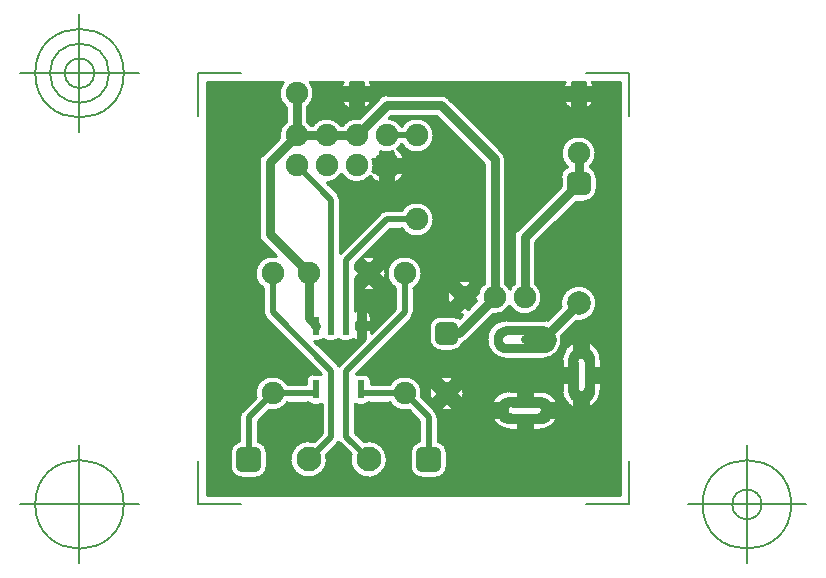
<source format=gbr>
G04 Generated by Ultiboard 14.1 *
%FSLAX34Y34*%
%MOMM*%

%ADD10C,0.0001*%
%ADD11C,0.2540*%
%ADD12C,0.7500*%
%ADD13C,0.5000*%
%ADD14C,0.1270*%
%ADD15C,1.9000*%
%ADD16R,1.1000X1.1000*%
%ADD17C,1.0000*%
%ADD18C,2.1000*%
%ADD19R,0.9000X0.9000*%
%ADD20R,0.6000X1.5500*%
%ADD21R,1.0000X1.0000*%
%ADD22C,2.0000*%


G04 ColorRGB 0000FF for the following layer *
%LNCopper Bottom*%
%LPD*%
G54D10*
G36*
X239856Y184382D02*
X239856Y184382D01*
X239856Y285806D01*
X234705Y290958D01*
X199446Y326216D01*
X161234Y326216D01*
X159526Y324508D01*
G74*
D01*
G02X170018Y317688I2046J14628*
G01*
X170018Y317688D01*
X170342Y317688D01*
G75*
D01*
G02X170342Y302072I12538J-7808*
G01*
X170342Y302072D01*
X170018Y302072D01*
G74*
D01*
G02X166558Y298229I12538J7808*
G01*
G74*
D01*
G02X172272Y289735I4578J9249*
G01*
X172272Y289735D01*
X162735Y289735D01*
X162735Y296077D01*
G75*
D01*
G02X152225Y296077I-5255J13803*
G01*
X152225Y296077D01*
X152225Y289735D01*
X145883Y289735D01*
G75*
D01*
G02X145883Y279225I-13803J-5255*
G01*
X145883Y279225D01*
X152225Y279225D01*
X152225Y269688D01*
G74*
D01*
G02X143731Y275402I755J10292*
G01*
G75*
D01*
G02X119380Y276939I-11651J9078*
G01*
G74*
D01*
G02X107086Y269716I12700J7541*
G01*
X107086Y269716D01*
X116003Y260798D01*
G74*
D01*
G02X118298Y255270I5513J5528*
G01*
X118298Y255270D01*
X118298Y210619D01*
X151959Y244281D01*
G75*
D01*
G02X157490Y246568I5521J-5521*
G01*
X157490Y246568D01*
X170342Y246568D01*
G75*
D01*
G02X170342Y230952I12538J-7808*
G01*
X170342Y230952D01*
X160714Y230952D01*
X136344Y206582D01*
G75*
D01*
G02X148302Y206509I5896J-13542*
G01*
X148302Y206509D01*
X142240Y200447D01*
X136224Y206463D01*
X130998Y201236D01*
X130998Y196875D01*
X134833Y193040D01*
X130998Y189205D01*
X130998Y161616D01*
G75*
D01*
G02X132890Y161965I1892J-4946*
G01*
X132890Y161965D01*
X132948Y161965D01*
X132948Y151862D01*
X131485Y151862D01*
X131485Y145978D01*
X132948Y145978D01*
X132948Y135875D01*
X132890Y135875D01*
G75*
D01*
G02X129540Y137069I0J5295*
G01*
G74*
D01*
G02X126190Y135875I3350J4101*
G01*
X126190Y135875D01*
X120190Y135875D01*
G75*
D01*
G02X116840Y137069I0J5295*
G01*
G74*
D01*
G02X113490Y135875I3350J4101*
G01*
X113490Y135875D01*
X107490Y135875D01*
G75*
D01*
G02X104140Y137069I0J5295*
G01*
G74*
D01*
G02X100790Y135875I3350J4101*
G01*
X100790Y135875D01*
X96147Y135875D01*
X116003Y116018D01*
G74*
D01*
G02X116840Y115033I5513J5528*
G01*
G74*
D01*
G02X117669Y116011I6350J4543*
G01*
X117669Y116011D01*
X138832Y137173D01*
X138832Y145978D01*
X144185Y145978D01*
X144185Y142527D01*
X164912Y163254D01*
X164912Y180502D01*
G75*
D01*
G02X180528Y180502I7808J12538*
G01*
X180528Y180502D01*
X180528Y160020D01*
G75*
D01*
G02X178233Y154492I-7808J0*
G01*
X178233Y154492D01*
X131529Y107788D01*
G75*
D01*
G02X132890Y107965I1361J-5118*
G01*
X132890Y107965D01*
X138890Y107965D01*
G74*
D01*
G02X144185Y102670I0J5295*
G01*
X144185Y102670D01*
X144185Y99248D01*
X160182Y99248D01*
G75*
D01*
G02X187106Y88095I12538J-7808*
G01*
X187106Y88095D01*
X198553Y76648D01*
G74*
D01*
G02X200848Y71120I5513J5528*
G01*
X200848Y71120D01*
X200848Y51118D01*
G74*
D01*
G02X208860Y41060I2308J10058*
G01*
X208860Y41060D01*
X208860Y30060D01*
G75*
D01*
G02X198540Y19740I-10320J0*
G01*
X198540Y19740D01*
X187540Y19740D01*
G75*
D01*
G02X177220Y30060I0J10320*
G01*
X177220Y30060D01*
X177220Y41060D01*
G74*
D01*
G02X185232Y51118I10320J0*
G01*
X185232Y51118D01*
X185232Y67886D01*
X176065Y77054D01*
G75*
D01*
G02X160182Y83632I-3345J14386*
G01*
X160182Y83632D01*
X142831Y83632D01*
G74*
D01*
G02X138890Y81875I3941J3538*
G01*
X138890Y81875D01*
X132890Y81875D01*
G75*
D01*
G02X130998Y82224I0J5295*
G01*
X130998Y82224D01*
X130998Y57844D01*
X138072Y50769D01*
G75*
D01*
G02X127031Y39728I4168J-15209*
G01*
X127031Y39728D01*
X117669Y49089D01*
G74*
D01*
G02X116840Y50067I5521J5521*
G01*
G74*
D01*
G02X116003Y49082I6350J4543*
G01*
X116003Y49082D01*
X106649Y39728D01*
G75*
D01*
G02X95608Y50769I-15209J-4168*
G01*
X95608Y50769D01*
X102682Y57844D01*
X102682Y82224D01*
G74*
D01*
G02X100790Y81875I1892J4946*
G01*
X100790Y81875D01*
X94790Y81875D01*
G75*
D01*
G02X90849Y83632I0J5295*
G01*
X90849Y83632D01*
X73498Y83632D01*
G75*
D01*
G02X57615Y77054I-12538J7808*
G01*
X57615Y77054D01*
X48448Y67886D01*
X48448Y51118D01*
G74*
D01*
G02X56460Y41060I2308J10058*
G01*
X56460Y41060D01*
X56460Y30060D01*
G75*
D01*
G02X46140Y19740I-10320J0*
G01*
X46140Y19740D01*
X35140Y19740D01*
G75*
D01*
G02X24820Y30060I0J10320*
G01*
X24820Y30060D01*
X24820Y41060D01*
G74*
D01*
G02X32832Y51118I10320J0*
G01*
X32832Y51118D01*
X32832Y71107D01*
G75*
D01*
G02X35119Y76641I7808J13*
G01*
X35119Y76641D01*
X46574Y88095D01*
G75*
D01*
G02X73498Y99248I14386J3345*
G01*
X73498Y99248D01*
X89495Y99248D01*
X89495Y102670D01*
G75*
D01*
G02X94790Y107965I5295J0*
G01*
X94790Y107965D01*
X100790Y107965D01*
G74*
D01*
G02X102151Y107788I0J5295*
G01*
X102151Y107788D01*
X55439Y154499D01*
G75*
D01*
G02X53152Y160033I5521J5521*
G01*
X53152Y160033D01*
X53152Y180502D01*
G75*
D01*
G02X64215Y207447I7808J12538*
G01*
X64215Y207447D01*
X52011Y219651D01*
G75*
D01*
G02X49356Y226075I6409J6409*
G01*
X49356Y226075D01*
X49356Y287007D01*
G75*
D01*
G02X52011Y293429I9064J13*
G01*
X52011Y293429D01*
X66625Y308043D01*
G75*
D01*
G02X72216Y321542I14655J1837*
G01*
X72216Y321542D01*
X72216Y333778D01*
G75*
D01*
G02X69777Y354705I9064J11662*
G01*
X69777Y354705D01*
X5295Y354705D01*
X5295Y5295D01*
X354705Y5295D01*
X354705Y354705D01*
X331543Y354705D01*
G74*
D01*
G02X333850Y350678I11503J9265*
G01*
X333850Y350678D01*
X325278Y350678D01*
X325278Y354705D01*
X314802Y354705D01*
X314802Y350678D01*
X306230Y350678D01*
G74*
D01*
G02X308537Y354705I13810J5238*
G01*
X308537Y354705D01*
X143583Y354705D01*
G74*
D01*
G02X145890Y350678I11503J9265*
G01*
X145890Y350678D01*
X137318Y350678D01*
X137318Y354705D01*
X126842Y354705D01*
X126842Y350678D01*
X118270Y350678D01*
G74*
D01*
G02X120577Y354705I13810J5238*
G01*
X120577Y354705D01*
X92783Y354705D01*
G75*
D01*
G02X90344Y333778I-11503J-9265*
G01*
X90344Y333778D01*
X90344Y321542D01*
G74*
D01*
G02X92942Y318944I9064J11662*
G01*
X92942Y318944D01*
X95018Y318944D01*
G75*
D01*
G02X118342Y318944I11662J-9064*
G01*
X118342Y318944D01*
X120418Y318944D01*
G75*
D01*
G02X133917Y324535I11662J-9064*
G01*
X133917Y324535D01*
X151071Y341689D01*
G75*
D01*
G02X157490Y344344I6409J-6409*
G01*
X157490Y344344D01*
X203200Y344344D01*
G74*
D01*
G02X209617Y341681I0J9064*
G01*
X209617Y341681D01*
X234705Y316593D01*
X255321Y295977D01*
G74*
D01*
G02X257984Y289560I6401J6417*
G01*
X257984Y289560D01*
X257984Y184382D01*
G74*
D01*
G02X261620Y180261I9064J11662*
G01*
G74*
D01*
G02X265256Y184382I12700J7541*
G01*
X265256Y184382D01*
X265256Y223503D01*
G75*
D01*
G02X267911Y229929I9064J17*
G01*
X267911Y229929D01*
X304720Y266738D01*
X304720Y274240D01*
G74*
D01*
G02X310394Y283455I10320J0*
G01*
G75*
D01*
G02X329686Y283455I9646J11185*
G01*
G74*
D01*
G02X335360Y274240I4646J9215*
G01*
X335360Y274240D01*
X335360Y264240D01*
G75*
D01*
G02X325040Y253920I-10320J0*
G01*
X325040Y253920D01*
X317538Y253920D01*
X298322Y234705D01*
X283384Y219766D01*
X283384Y184382D01*
G75*
D01*
G02X261620Y165179I-9064J-11662*
G01*
G75*
D01*
G02X247083Y158065I-12700J7541*
G01*
X247083Y158065D01*
X234705Y145687D01*
X234705Y145687D01*
X224857Y135839D01*
G74*
D01*
G02X222439Y134106I6417J6401*
G01*
G74*
D01*
G02X212780Y127420I9659J3634*
G01*
X212780Y127420D01*
X203780Y127420D01*
G75*
D01*
G02X193460Y137740I0J10320*
G01*
X193460Y137740D01*
X193460Y146740D01*
G75*
D01*
G02X203780Y157060I10320J0*
G01*
X203780Y157060D01*
X212780Y157060D01*
G74*
D01*
G02X218626Y155244I0J10320*
G01*
X218626Y155244D01*
X221474Y158092D01*
G74*
D01*
G02X217458Y159251I2046J14628*
G01*
X217458Y159251D01*
X223520Y165313D01*
X226108Y162725D01*
X233515Y170132D01*
X230927Y172720D01*
X234619Y176412D01*
G74*
D01*
G02X239856Y184382I14301J3692*
G01*
D02*
G37*
%LPC*%
G36*
X127080Y345440D02*
G75*
D01*
G02X127080Y345440I5000J0*
G01*
D02*
G37*
G36*
X145890Y340202D02*
G74*
D01*
G02X137318Y331630I13810J5238*
G01*
X137318Y331630D01*
X137318Y340202D01*
X145890Y340202D01*
D02*
G37*
G36*
X126842Y331630D02*
G74*
D01*
G02X118270Y340202I5238J13810*
G01*
X118270Y340202D01*
X126842Y340202D01*
X126842Y331630D01*
D02*
G37*
G36*
X152480Y284480D02*
G75*
D01*
G02X152480Y284480I5000J0*
G01*
D02*
G37*
G36*
X162735Y269688D02*
X162735Y269688D01*
X162735Y279225D01*
X172272Y279225D01*
G74*
D01*
G02X162735Y269688I10292J755*
G01*
D02*
G37*
G36*
X315040Y345440D02*
G75*
D01*
G02X315040Y345440I5000J0*
G01*
D02*
G37*
G36*
X333850Y340202D02*
G74*
D01*
G02X325278Y331630I13810J5238*
G01*
X325278Y331630D01*
X325278Y340202D01*
X333850Y340202D01*
D02*
G37*
G36*
X314802Y331630D02*
G74*
D01*
G02X306230Y340202I5238J13810*
G01*
X306230Y340202D01*
X314802Y340202D01*
X314802Y331630D01*
D02*
G37*
G36*
X317759Y152541D02*
X317759Y152541D01*
X305843Y140625D01*
G75*
D01*
G02X290758Y120556I-16283J-3465*
G01*
G74*
D01*
G02X289560Y120476I1198J8984*
G01*
X289560Y120476D01*
X259080Y120476D01*
G75*
D01*
G02X257882Y120556I0J9064*
G01*
G75*
D01*
G02X257882Y153764I1198J16604*
G01*
G75*
D01*
G02X259080Y153844I1198J-8984*
G01*
X259080Y153844D01*
X289560Y153844D01*
G74*
D01*
G02X290758Y153764I0J9064*
G01*
G74*
D01*
G02X293025Y153443I1198J16604*
G01*
X293025Y153443D01*
X304941Y165359D01*
G75*
D01*
G02X317759Y152541I15099J2281*
G01*
D02*
G37*
G36*
X246145Y71244D02*
X246145Y71244D01*
X268433Y71244D01*
X268433Y60476D01*
X261620Y60476D01*
G75*
D01*
G02X259186Y60809I0J9064*
G01*
G74*
D01*
G02X246145Y71244I2434J16409*
G01*
D02*
G37*
G36*
X289339Y77160D02*
G75*
D01*
G02X285320Y73141I-4019J0*
G01*
X285320Y73141D01*
X263320Y73141D01*
G75*
D01*
G02X259301Y77160I0J4019*
G01*
G75*
D01*
G02X263320Y81179I4019J0*
G01*
X263320Y81179D01*
X285320Y81179D01*
G74*
D01*
G02X289339Y77160I0J4019*
G01*
D02*
G37*
G36*
X287020Y60476D02*
X287020Y60476D01*
X280265Y60476D01*
X280265Y71244D01*
X302581Y71244D01*
G74*
D01*
G02X288218Y60556I15561J5916*
G01*
G74*
D01*
G02X287020Y60476I1198J8984*
G01*
D02*
G37*
G36*
X305636Y94460D02*
X305636Y94460D01*
X305636Y101215D01*
X316404Y101215D01*
X316404Y78899D01*
G74*
D01*
G02X305716Y93262I5916J15561*
G01*
G75*
D01*
G02X305636Y94460I8984J1198*
G01*
D02*
G37*
G36*
X328236Y78899D02*
X328236Y78899D01*
X328236Y101215D01*
X339004Y101215D01*
X339004Y94460D01*
G75*
D01*
G02X338924Y93262I-9064J0*
G01*
G74*
D01*
G02X328236Y78899I16604J1198*
G01*
D02*
G37*
G36*
X246100Y83076D02*
G74*
D01*
G02X260418Y93764I15520J5858*
G01*
G75*
D01*
G02X261620Y93844I1202J-8984*
G01*
X261620Y93844D01*
X268433Y93844D01*
X268433Y83076D01*
X246100Y83076D01*
D02*
G37*
G36*
X302581Y83076D02*
X302581Y83076D01*
X280265Y83076D01*
X280265Y93844D01*
X287020Y93844D01*
G74*
D01*
G02X288218Y93764I0J9064*
G01*
G74*
D01*
G02X302581Y83076I1198J16604*
G01*
D02*
G37*
G36*
X322320Y92141D02*
G75*
D01*
G02X318301Y96160I0J4019*
G01*
X318301Y96160D01*
X318301Y118160D01*
G75*
D01*
G02X322320Y122179I4019J0*
G01*
G74*
D01*
G02X326339Y118160I0J4019*
G01*
X326339Y118160D01*
X326339Y96160D01*
G75*
D01*
G02X322320Y92141I-4019J0*
G01*
D02*
G37*
G36*
X316404Y135335D02*
X316404Y135335D01*
X316404Y113047D01*
X305636Y113047D01*
X305636Y119860D01*
G74*
D01*
G02X305969Y122294I9064J0*
G01*
G74*
D01*
G02X316404Y135335I16409J2434*
G01*
D02*
G37*
G36*
X328236Y135380D02*
G74*
D01*
G02X338924Y121062I5858J15520*
G01*
G74*
D01*
G02X339004Y119860I8984J1202*
G01*
X339004Y119860D01*
X339004Y113047D01*
X328236Y113047D01*
X328236Y135380D01*
D02*
G37*
G36*
X194811Y97502D02*
X194811Y97502D01*
X200873Y91440D01*
X194811Y85378D01*
G75*
D01*
G02X194811Y97502I13469J6062*
G01*
D02*
G37*
G36*
X138890Y161965D02*
G74*
D01*
G02X144185Y156670I0J5295*
G01*
X144185Y156670D01*
X144185Y151862D01*
X138832Y151862D01*
X138832Y161965D01*
X138890Y161965D01*
D02*
G37*
G36*
X137240Y193040D02*
G75*
D01*
G02X137240Y193040I5000J0*
G01*
D02*
G37*
G36*
X155709Y199102D02*
G75*
D01*
G02X155709Y186978I-13469J-6062*
G01*
X155709Y186978D01*
X149647Y193040D01*
X155709Y199102D01*
D02*
G37*
G36*
X217458Y186189D02*
G75*
D01*
G02X229582Y186189I6062J-13469*
G01*
X229582Y186189D01*
X223520Y180127D01*
X217458Y186189D01*
D02*
G37*
G36*
X148302Y179571D02*
G75*
D01*
G02X136178Y179571I-6062J13469*
G01*
X136178Y179571D01*
X142240Y185633D01*
X148302Y179571D01*
D02*
G37*
G36*
X218520Y172720D02*
G75*
D01*
G02X218520Y172720I5000J0*
G01*
D02*
G37*
G36*
X210051Y178782D02*
X210051Y178782D01*
X216113Y172720D01*
X210051Y166658D01*
G75*
D01*
G02X210051Y178782I13469J6062*
G01*
D02*
G37*
G36*
X203280Y91440D02*
G75*
D01*
G02X203280Y91440I5000J0*
G01*
D02*
G37*
G36*
X202218Y104909D02*
G75*
D01*
G02X214342Y104909I6062J-13469*
G01*
X214342Y104909D01*
X208280Y98847D01*
X202218Y104909D01*
D02*
G37*
G36*
X221749Y97502D02*
G75*
D01*
G02X221749Y85378I-13469J-6062*
G01*
X221749Y85378D01*
X215687Y91440D01*
X221749Y97502D01*
D02*
G37*
G36*
X214342Y77971D02*
G75*
D01*
G02X202218Y77971I-6062J13469*
G01*
X202218Y77971D01*
X208280Y84033D01*
X214342Y77971D01*
D02*
G37*
%LPD*%
G54D11*
X127080Y345440D02*
G75*
D01*
G02X127080Y345440I5000J0*
G01*
X145890Y340202D02*
G74*
D01*
G02X137318Y331630I13810J5238*
G01*
X137318Y340202D01*
X145890Y340202D01*
X126842Y331630D02*
G74*
D01*
G02X118270Y340202I5238J13810*
G01*
X126842Y340202D01*
X126842Y331630D01*
X152480Y284480D02*
G75*
D01*
G02X152480Y284480I5000J0*
G01*
X162735Y269688D02*
X162735Y279225D01*
X172272Y279225D01*
G74*
D01*
G02X162735Y269688I10292J755*
G01*
X315040Y345440D02*
G75*
D01*
G02X315040Y345440I5000J0*
G01*
X333850Y340202D02*
G74*
D01*
G02X325278Y331630I13810J5238*
G01*
X325278Y340202D01*
X333850Y340202D01*
X314802Y331630D02*
G74*
D01*
G02X306230Y340202I5238J13810*
G01*
X314802Y340202D01*
X314802Y331630D01*
X317759Y152541D02*
X305843Y140625D01*
G75*
D01*
G02X290758Y120556I-16283J-3465*
G01*
G74*
D01*
G02X289560Y120476I1198J8984*
G01*
X259080Y120476D01*
G75*
D01*
G02X257882Y120556I0J9064*
G01*
G75*
D01*
G02X257882Y153764I1198J16604*
G01*
G75*
D01*
G02X259080Y153844I1198J-8984*
G01*
X289560Y153844D01*
G74*
D01*
G02X290758Y153764I0J9064*
G01*
G74*
D01*
G02X293025Y153443I1198J16604*
G01*
X304941Y165359D01*
G75*
D01*
G02X317759Y152541I15099J2281*
G01*
X246145Y71244D02*
X268433Y71244D01*
X268433Y60476D01*
X261620Y60476D01*
G75*
D01*
G02X259186Y60809I0J9064*
G01*
G74*
D01*
G02X246145Y71244I2434J16409*
G01*
X289339Y77160D02*
G75*
D01*
G02X285320Y73141I-4019J0*
G01*
X263320Y73141D01*
G75*
D01*
G02X259301Y77160I0J4019*
G01*
G75*
D01*
G02X263320Y81179I4019J0*
G01*
X285320Y81179D01*
G74*
D01*
G02X289339Y77160I0J4019*
G01*
X287020Y60476D02*
X280265Y60476D01*
X280265Y71244D01*
X302581Y71244D01*
G74*
D01*
G02X288218Y60556I15561J5916*
G01*
G74*
D01*
G02X287020Y60476I1198J8984*
G01*
X305636Y94460D02*
X305636Y101215D01*
X316404Y101215D01*
X316404Y78899D01*
G74*
D01*
G02X305716Y93262I5916J15561*
G01*
G75*
D01*
G02X305636Y94460I8984J1198*
G01*
X328236Y78899D02*
X328236Y101215D01*
X339004Y101215D01*
X339004Y94460D01*
G75*
D01*
G02X338924Y93262I-9064J0*
G01*
G74*
D01*
G02X328236Y78899I16604J1198*
G01*
X246100Y83076D02*
G74*
D01*
G02X260418Y93764I15520J5858*
G01*
G75*
D01*
G02X261620Y93844I1202J-8984*
G01*
X268433Y93844D01*
X268433Y83076D01*
X246100Y83076D01*
X302581Y83076D02*
X280265Y83076D01*
X280265Y93844D01*
X287020Y93844D01*
G74*
D01*
G02X288218Y93764I0J9064*
G01*
G74*
D01*
G02X302581Y83076I1198J16604*
G01*
X322320Y92141D02*
G75*
D01*
G02X318301Y96160I0J4019*
G01*
X318301Y118160D01*
G75*
D01*
G02X322320Y122179I4019J0*
G01*
G74*
D01*
G02X326339Y118160I0J4019*
G01*
X326339Y96160D01*
G75*
D01*
G02X322320Y92141I-4019J0*
G01*
X316404Y135335D02*
X316404Y113047D01*
X305636Y113047D01*
X305636Y119860D01*
G74*
D01*
G02X305969Y122294I9064J0*
G01*
G74*
D01*
G02X316404Y135335I16409J2434*
G01*
X328236Y135380D02*
G74*
D01*
G02X338924Y121062I5858J15520*
G01*
G74*
D01*
G02X339004Y119860I8984J1202*
G01*
X339004Y113047D01*
X328236Y113047D01*
X328236Y135380D01*
X194811Y97502D02*
X200873Y91440D01*
X194811Y85378D01*
G75*
D01*
G02X194811Y97502I13469J6062*
G01*
X138890Y161965D02*
G74*
D01*
G02X144185Y156670I0J5295*
G01*
X144185Y151862D01*
X138832Y151862D01*
X138832Y161965D01*
X138890Y161965D01*
X137240Y193040D02*
G75*
D01*
G02X137240Y193040I5000J0*
G01*
X155709Y199102D02*
G75*
D01*
G02X155709Y186978I-13469J-6062*
G01*
X149647Y193040D01*
X155709Y199102D01*
X217458Y186189D02*
G75*
D01*
G02X229582Y186189I6062J-13469*
G01*
X223520Y180127D01*
X217458Y186189D01*
X148302Y179571D02*
G75*
D01*
G02X136178Y179571I-6062J13469*
G01*
X142240Y185633D01*
X148302Y179571D01*
X218520Y172720D02*
G75*
D01*
G02X218520Y172720I5000J0*
G01*
X210051Y178782D02*
X216113Y172720D01*
X210051Y166658D01*
G75*
D01*
G02X210051Y178782I13469J6062*
G01*
X203280Y91440D02*
G75*
D01*
G02X203280Y91440I5000J0*
G01*
X202218Y104909D02*
G75*
D01*
G02X214342Y104909I6062J-13469*
G01*
X208280Y98847D01*
X202218Y104909D01*
X221749Y97502D02*
G75*
D01*
G02X221749Y85378I-13469J-6062*
G01*
X215687Y91440D01*
X221749Y97502D01*
X214342Y77971D02*
G75*
D01*
G02X202218Y77971I-6062J13469*
G01*
X208280Y84033D01*
X214342Y77971D01*
X239856Y184382D02*
X239856Y285806D01*
X234705Y290958D01*
X199446Y326216D01*
X161234Y326216D01*
X159526Y324508D01*
G74*
D01*
G02X170018Y317688I2046J14628*
G01*
X170342Y317688D01*
G75*
D01*
G02X170342Y302072I12538J-7808*
G01*
X170018Y302072D01*
G74*
D01*
G02X166558Y298229I12538J7808*
G01*
G74*
D01*
G02X172272Y289735I4578J9249*
G01*
X162735Y289735D01*
X162735Y296077D01*
G75*
D01*
G02X152225Y296077I-5255J13803*
G01*
X152225Y289735D01*
X145883Y289735D01*
G75*
D01*
G02X145883Y279225I-13803J-5255*
G01*
X152225Y279225D01*
X152225Y269688D01*
G74*
D01*
G02X143731Y275402I755J10292*
G01*
G75*
D01*
G02X119380Y276939I-11651J9078*
G01*
G74*
D01*
G02X107086Y269716I12700J7541*
G01*
X116003Y260798D01*
G74*
D01*
G02X118298Y255270I5513J5528*
G01*
X118298Y210619D01*
X151959Y244281D01*
G75*
D01*
G02X157490Y246568I5521J-5521*
G01*
X170342Y246568D01*
G75*
D01*
G02X170342Y230952I12538J-7808*
G01*
X160714Y230952D01*
X136344Y206582D01*
G75*
D01*
G02X148302Y206509I5896J-13542*
G01*
X142240Y200447D01*
X136224Y206463D01*
X130998Y201236D01*
X130998Y196875D01*
X134833Y193040D01*
X130998Y189205D01*
X130998Y161616D01*
G75*
D01*
G02X132890Y161965I1892J-4946*
G01*
X132948Y161965D01*
X132948Y151862D01*
X131485Y151862D01*
X131485Y145978D01*
X132948Y145978D01*
X132948Y135875D01*
X132890Y135875D01*
G75*
D01*
G02X129540Y137069I0J5295*
G01*
G74*
D01*
G02X126190Y135875I3350J4101*
G01*
X120190Y135875D01*
G75*
D01*
G02X116840Y137069I0J5295*
G01*
G74*
D01*
G02X113490Y135875I3350J4101*
G01*
X107490Y135875D01*
G75*
D01*
G02X104140Y137069I0J5295*
G01*
G74*
D01*
G02X100790Y135875I3350J4101*
G01*
X96147Y135875D01*
X116003Y116018D01*
G74*
D01*
G02X116840Y115033I5513J5528*
G01*
G74*
D01*
G02X117669Y116011I6350J4543*
G01*
X138832Y137173D01*
X138832Y145978D01*
X144185Y145978D01*
X144185Y142527D01*
X164912Y163254D01*
X164912Y180502D01*
G75*
D01*
G02X180528Y180502I7808J12538*
G01*
X180528Y160020D01*
G75*
D01*
G02X178233Y154492I-7808J0*
G01*
X131529Y107788D01*
G75*
D01*
G02X132890Y107965I1361J-5118*
G01*
X138890Y107965D01*
G74*
D01*
G02X144185Y102670I0J5295*
G01*
X144185Y99248D01*
X160182Y99248D01*
G75*
D01*
G02X187106Y88095I12538J-7808*
G01*
X198553Y76648D01*
G74*
D01*
G02X200848Y71120I5513J5528*
G01*
X200848Y51118D01*
G74*
D01*
G02X208860Y41060I2308J10058*
G01*
X208860Y30060D01*
G75*
D01*
G02X198540Y19740I-10320J0*
G01*
X187540Y19740D01*
G75*
D01*
G02X177220Y30060I0J10320*
G01*
X177220Y41060D01*
G74*
D01*
G02X185232Y51118I10320J0*
G01*
X185232Y67886D01*
X176065Y77054D01*
G75*
D01*
G02X160182Y83632I-3345J14386*
G01*
X142831Y83632D01*
G74*
D01*
G02X138890Y81875I3941J3538*
G01*
X132890Y81875D01*
G75*
D01*
G02X130998Y82224I0J5295*
G01*
X130998Y57844D01*
X138072Y50769D01*
G75*
D01*
G02X127031Y39728I4168J-15209*
G01*
X117669Y49089D01*
G74*
D01*
G02X116840Y50067I5521J5521*
G01*
G74*
D01*
G02X116003Y49082I6350J4543*
G01*
X106649Y39728D01*
G75*
D01*
G02X95608Y50769I-15209J-4168*
G01*
X102682Y57844D01*
X102682Y82224D01*
G74*
D01*
G02X100790Y81875I1892J4946*
G01*
X94790Y81875D01*
G75*
D01*
G02X90849Y83632I0J5295*
G01*
X73498Y83632D01*
G75*
D01*
G02X57615Y77054I-12538J7808*
G01*
X48448Y67886D01*
X48448Y51118D01*
G74*
D01*
G02X56460Y41060I2308J10058*
G01*
X56460Y30060D01*
G75*
D01*
G02X46140Y19740I-10320J0*
G01*
X35140Y19740D01*
G75*
D01*
G02X24820Y30060I0J10320*
G01*
X24820Y41060D01*
G74*
D01*
G02X32832Y51118I10320J0*
G01*
X32832Y71107D01*
G75*
D01*
G02X35119Y76641I7808J13*
G01*
X46574Y88095D01*
G75*
D01*
G02X73498Y99248I14386J3345*
G01*
X89495Y99248D01*
X89495Y102670D01*
G75*
D01*
G02X94790Y107965I5295J0*
G01*
X100790Y107965D01*
G74*
D01*
G02X102151Y107788I0J5295*
G01*
X55439Y154499D01*
G75*
D01*
G02X53152Y160033I5521J5521*
G01*
X53152Y180502D01*
G75*
D01*
G02X64215Y207447I7808J12538*
G01*
X52011Y219651D01*
G75*
D01*
G02X49356Y226075I6409J6409*
G01*
X49356Y287007D01*
G75*
D01*
G02X52011Y293429I9064J13*
G01*
X66625Y308043D01*
G75*
D01*
G02X72216Y321542I14655J1837*
G01*
X72216Y333778D01*
G75*
D01*
G02X69777Y354705I9064J11662*
G01*
X5295Y354705D01*
X5295Y5295D01*
X354705Y5295D01*
X354705Y354705D01*
X331543Y354705D01*
G74*
D01*
G02X333850Y350678I11503J9265*
G01*
X325278Y350678D01*
X325278Y354705D01*
X314802Y354705D01*
X314802Y350678D01*
X306230Y350678D01*
G74*
D01*
G02X308537Y354705I13810J5238*
G01*
X143583Y354705D01*
G74*
D01*
G02X145890Y350678I11503J9265*
G01*
X137318Y350678D01*
X137318Y354705D01*
X126842Y354705D01*
X126842Y350678D01*
X118270Y350678D01*
G74*
D01*
G02X120577Y354705I13810J5238*
G01*
X92783Y354705D01*
G75*
D01*
G02X90344Y333778I-11503J-9265*
G01*
X90344Y321542D01*
G74*
D01*
G02X92942Y318944I9064J11662*
G01*
X95018Y318944D01*
G75*
D01*
G02X118342Y318944I11662J-9064*
G01*
X120418Y318944D01*
G75*
D01*
G02X133917Y324535I11662J-9064*
G01*
X151071Y341689D01*
G75*
D01*
G02X157490Y344344I6409J-6409*
G01*
X203200Y344344D01*
G74*
D01*
G02X209617Y341681I0J9064*
G01*
X234705Y316593D01*
X255321Y295977D01*
G74*
D01*
G02X257984Y289560I6401J6417*
G01*
X257984Y184382D01*
G74*
D01*
G02X261620Y180261I9064J11662*
G01*
G74*
D01*
G02X265256Y184382I12700J7541*
G01*
X265256Y223503D01*
G75*
D01*
G02X267911Y229929I9064J17*
G01*
X304720Y266738D01*
X304720Y274240D01*
G74*
D01*
G02X310394Y283455I10320J0*
G01*
G75*
D01*
G02X329686Y283455I9646J11185*
G01*
G74*
D01*
G02X335360Y274240I4646J9215*
G01*
X335360Y264240D01*
G75*
D01*
G02X325040Y253920I-10320J0*
G01*
X317538Y253920D01*
X298322Y234705D01*
X283384Y219766D01*
X283384Y184382D01*
G75*
D01*
G02X261620Y165179I-9064J-11662*
G01*
G75*
D01*
G02X247083Y158065I-12700J7541*
G01*
X234705Y145687D01*
X234705Y145687D01*
X224857Y135839D01*
G74*
D01*
G02X222439Y134106I6417J6401*
G01*
G74*
D01*
G02X212780Y127420I9659J3634*
G01*
X203780Y127420D01*
G75*
D01*
G02X193460Y137740I0J10320*
G01*
X193460Y146740D01*
G75*
D01*
G02X203780Y157060I10320J0*
G01*
X212780Y157060D01*
G74*
D01*
G02X218626Y155244I0J10320*
G01*
X221474Y158092D01*
G74*
D01*
G02X217458Y159251I2046J14628*
G01*
X223520Y165313D01*
X226108Y162725D01*
X233515Y170132D01*
X230927Y172720D01*
X234619Y176412D01*
G74*
D01*
G02X239856Y184382I14301J3692*
G01*
G54D12*
X314700Y94460D02*
X314700Y119860D01*
X329940Y119860D02*
X329940Y94460D01*
X329940Y119860D02*
X329911Y120519D01*
X329825Y121173D01*
X329682Y121817D01*
X329484Y122446D01*
X329232Y123056D01*
X328927Y123641D01*
X328573Y124197D01*
X328171Y124720D01*
X327725Y125207D01*
X327239Y125652D01*
X326716Y126054D01*
X326159Y126408D01*
X325574Y126713D01*
X324965Y126966D01*
X324336Y127164D01*
X323692Y127307D01*
X323038Y127393D01*
X322378Y127422D01*
X321719Y127393D01*
X321065Y127307D01*
X320421Y127164D01*
X319792Y126966D01*
X319183Y126713D01*
X318598Y126408D01*
X318041Y126054D01*
X317518Y125652D01*
X317032Y125207D01*
X316586Y124720D01*
X316184Y124197D01*
X315830Y123641D01*
X315525Y123056D01*
X315273Y122446D01*
X315075Y121817D01*
X314932Y121173D01*
X314846Y120519D01*
X314817Y119860D01*
X314700Y94460D02*
X314729Y93796D01*
X314816Y93137D01*
X314960Y92488D01*
X315160Y91854D01*
X315414Y91240D01*
X315721Y90650D01*
X316078Y90089D01*
X316483Y89562D01*
X316932Y89072D01*
X317422Y88623D01*
X317949Y88218D01*
X318510Y87861D01*
X319100Y87554D01*
X319714Y87300D01*
X320348Y87100D01*
X320997Y86956D01*
X321656Y86869D01*
X322320Y86840D01*
X322984Y86869D01*
X323643Y86956D01*
X324292Y87100D01*
X324926Y87300D01*
X325540Y87554D01*
X326130Y87861D01*
X326691Y88218D01*
X327218Y88623D01*
X327708Y89072D01*
X328157Y89562D01*
X328562Y90089D01*
X328919Y90650D01*
X329226Y91240D01*
X329480Y91854D01*
X329680Y92488D01*
X329824Y93137D01*
X329911Y93796D01*
X329940Y94460D01*
X329940Y94460D01*
X287020Y69540D02*
X261620Y69540D01*
X261620Y84780D02*
X287020Y84780D01*
X261620Y84780D02*
X260961Y84751D01*
X260307Y84665D01*
X259663Y84522D01*
X259034Y84324D01*
X258424Y84072D01*
X257839Y83767D01*
X257283Y83413D01*
X256760Y83011D01*
X256273Y82565D01*
X255828Y82079D01*
X255426Y81556D01*
X255072Y80999D01*
X254767Y80414D01*
X254514Y79805D01*
X254316Y79176D01*
X254173Y78532D01*
X254087Y77878D01*
X254058Y77218D01*
X254087Y76559D01*
X254173Y75905D01*
X254316Y75261D01*
X254514Y74632D01*
X254767Y74023D01*
X255072Y73438D01*
X255426Y72881D01*
X255828Y72358D01*
X256273Y71872D01*
X256760Y71426D01*
X257283Y71024D01*
X257839Y70670D01*
X258424Y70365D01*
X259034Y70113D01*
X259663Y69915D01*
X260307Y69772D01*
X260961Y69686D01*
X261620Y69657D01*
X261620Y69657D01*
X287020Y69540D02*
X287684Y69569D01*
X288343Y69656D01*
X288992Y69800D01*
X289626Y70000D01*
X290240Y70254D01*
X290830Y70561D01*
X291391Y70918D01*
X291918Y71323D01*
X292408Y71772D01*
X292857Y72262D01*
X293262Y72789D01*
X293619Y73350D01*
X293926Y73940D01*
X294180Y74554D01*
X294380Y75188D01*
X294524Y75837D01*
X294611Y76496D01*
X294640Y77160D01*
X294611Y77824D01*
X294524Y78483D01*
X294380Y79132D01*
X294180Y79766D01*
X293926Y80380D01*
X293619Y80970D01*
X293262Y81531D01*
X292857Y82058D01*
X292408Y82548D01*
X291918Y82997D01*
X291391Y83402D01*
X290830Y83759D01*
X290240Y84066D01*
X289626Y84320D01*
X288992Y84520D01*
X288343Y84664D01*
X287684Y84751D01*
X287020Y84780D01*
X289560Y129540D02*
X259080Y129540D01*
X289560Y144780D02*
X259080Y144780D01*
X258416Y144751D01*
X257757Y144664D01*
X257108Y144520D01*
X256474Y144320D01*
X255860Y144066D01*
X255270Y143759D01*
X254709Y143402D01*
X254182Y142997D01*
X253692Y142548D01*
X253243Y142058D01*
X252838Y141531D01*
X252481Y140970D01*
X252174Y140380D01*
X251920Y139766D01*
X251720Y139132D01*
X251576Y138483D01*
X251489Y137824D01*
X251460Y137160D01*
X251489Y136496D01*
X251576Y135837D01*
X251720Y135188D01*
X251920Y134554D01*
X252174Y133940D01*
X252481Y133350D01*
X252838Y132789D01*
X253243Y132262D01*
X253692Y131772D01*
X254182Y131323D01*
X254709Y130918D01*
X255270Y130561D01*
X255860Y130254D01*
X256474Y130000D01*
X257108Y129800D01*
X257757Y129656D01*
X258416Y129569D01*
X259080Y129540D01*
X259080Y129540D01*
X289560Y129540D02*
X290224Y129569D01*
X290883Y129656D01*
X291532Y129800D01*
X292166Y130000D01*
X292780Y130254D01*
X293370Y130561D01*
X293931Y130918D01*
X294458Y131323D01*
X294948Y131772D01*
X295397Y132262D01*
X295802Y132789D01*
X296159Y133350D01*
X296466Y133940D01*
X296720Y134554D01*
X296920Y135188D01*
X297064Y135837D01*
X297151Y136496D01*
X297180Y137160D01*
X297151Y137824D01*
X297064Y138483D01*
X296920Y139132D01*
X296720Y139766D01*
X296466Y140380D01*
X296159Y140970D01*
X295802Y141531D01*
X295397Y142058D01*
X294948Y142548D01*
X294458Y142997D01*
X293931Y143402D01*
X293370Y143759D01*
X292780Y144066D01*
X292166Y144320D01*
X291532Y144520D01*
X290883Y144664D01*
X290224Y144751D01*
X289560Y144780D01*
X289560Y137160D02*
X274320Y137160D01*
X320040Y167640D02*
X289560Y137160D01*
X274320Y223520D02*
X274320Y172720D01*
X320040Y269240D02*
X274320Y223520D01*
X320040Y269240D02*
X320040Y294640D01*
X91440Y155270D02*
X91440Y193040D01*
X97790Y148920D02*
X91440Y155270D01*
X91440Y193040D02*
X58420Y226060D01*
X58420Y287020D01*
X81280Y309880D01*
X133350Y309880D01*
X81280Y345440D02*
X81280Y309880D01*
X132080Y309880D02*
X157480Y335280D01*
X203200Y335280D01*
X248920Y289560D01*
X248920Y172720D01*
X218440Y142240D02*
X248920Y172720D01*
X208280Y142240D02*
X218440Y142240D01*
G54D13*
X110490Y148920D02*
X110490Y255270D01*
X81280Y284480D01*
X123190Y148920D02*
X123190Y204470D01*
X157480Y238760D01*
X182880Y238760D01*
X157480Y309880D02*
X182880Y309880D01*
X97955Y91440D02*
X60960Y91440D01*
X40640Y71120D01*
X40640Y35560D01*
X110490Y54610D02*
X110490Y110490D01*
X110490Y54610D02*
X91440Y35560D01*
X110490Y110490D02*
X60960Y160020D01*
X60960Y193040D02*
X60960Y160020D01*
X135725Y91440D02*
X172720Y91440D01*
X193040Y71120D01*
X193040Y35560D01*
X123190Y54610D02*
X123190Y110490D01*
X123190Y54610D02*
X142240Y35560D01*
X123190Y110490D02*
X172720Y160020D01*
X172720Y193040D01*
G54D14*
X-2540Y-2540D02*
X-2540Y33968D01*
X-2540Y-2540D02*
X33968Y-2540D01*
X362540Y-2540D02*
X326032Y-2540D01*
X362540Y-2540D02*
X362540Y33968D01*
X362540Y362540D02*
X362540Y326032D01*
X362540Y362540D02*
X326032Y362540D01*
X-2540Y362540D02*
X33968Y362540D01*
X-2540Y362540D02*
X-2540Y326032D01*
X-52540Y-2540D02*
X-152540Y-2540D01*
X-102540Y-52540D02*
X-102540Y47460D01*
X-140040Y-2540D02*
G75*
D01*
G02X-140040Y-2540I37500J0*
G01*
X412540Y-2540D02*
X512540Y-2540D01*
X462540Y-52540D02*
X462540Y47460D01*
X425040Y-2540D02*
G75*
D01*
G02X425040Y-2540I37500J0*
G01*
X450040Y-2540D02*
G75*
D01*
G02X450040Y-2540I12500J0*
G01*
X-52540Y362540D02*
X-152540Y362540D01*
X-102540Y312540D02*
X-102540Y412540D01*
X-140040Y362540D02*
G75*
D01*
G02X-140040Y362540I37500J0*
G01*
X-127540Y362540D02*
G75*
D01*
G02X-127540Y362540I25000J0*
G01*
X-115040Y362540D02*
G75*
D01*
G02X-115040Y362540I12500J0*
G01*
G54D15*
X182880Y238760D03*
X182880Y309880D03*
X60960Y91440D03*
X60960Y193040D03*
X172720Y193040D03*
X172720Y91440D03*
X208280Y91440D03*
X142240Y193040D03*
X91440Y193040D03*
X320040Y294640D03*
X320040Y345440D03*
X81280Y345440D03*
X132080Y345440D03*
X248920Y172720D03*
X223520Y172720D03*
X274320Y172720D03*
X132080Y284480D03*
X106680Y284480D03*
X81280Y284480D03*
X81280Y309880D03*
X132080Y309880D03*
X106680Y309880D03*
X157480Y309880D03*
G54D16*
X40640Y35560D03*
X193040Y35560D03*
G54D17*
X35140Y30060D02*
X46140Y30060D01*
X46140Y41060D01*
X35140Y41060D01*
X35140Y30060D01*D02*
X187540Y30060D02*
X198540Y30060D01*
X198540Y41060D01*
X187540Y41060D01*
X187540Y30060D01*D02*
X203780Y137740D02*
X212780Y137740D01*
X212780Y146740D01*
X203780Y146740D01*
X203780Y137740D01*D02*
X315040Y264240D02*
X325040Y264240D01*
X325040Y274240D01*
X315040Y274240D01*
X315040Y264240D01*D02*
X152980Y279980D02*
X161980Y279980D01*
X161980Y288980D01*
X152980Y288980D01*
X152980Y279980D01*D02*
G54D18*
X91440Y35560D03*
X142240Y35560D03*
G54D19*
X208280Y142240D03*
X157480Y284480D03*
G54D20*
X97790Y94920D03*
X110490Y94920D03*
X123190Y94920D03*
X135890Y94920D03*
X110490Y148920D03*
X97790Y148920D03*
X123190Y148920D03*
X135890Y148920D03*
G54D21*
X320040Y269240D03*
G54D22*
X320040Y167640D03*

M02*

</source>
